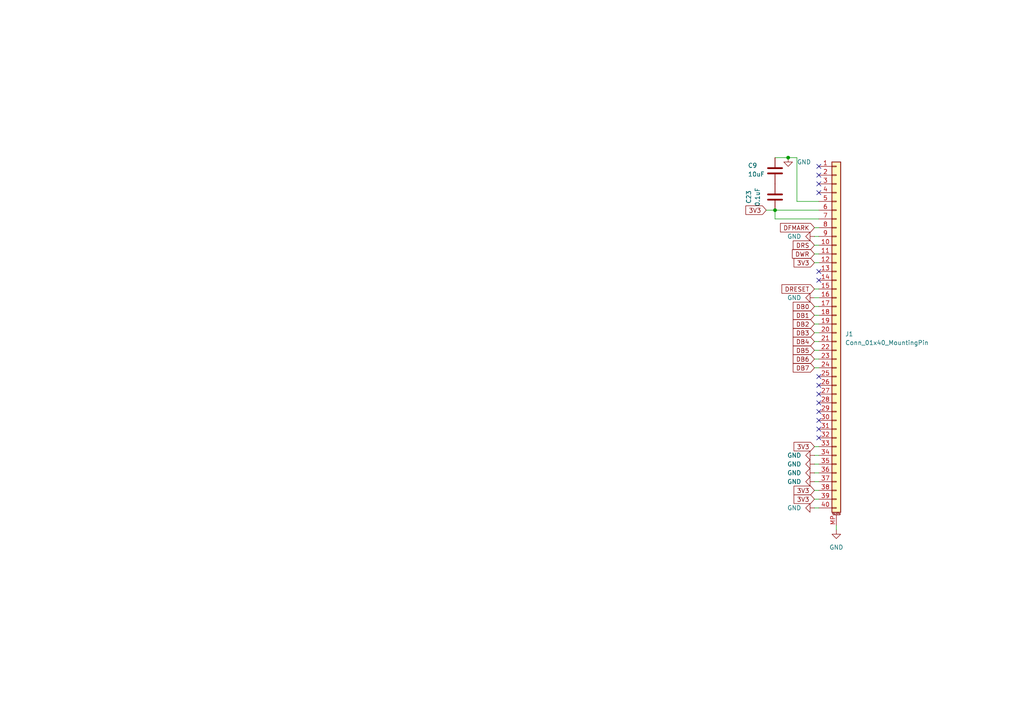
<source format=kicad_sch>
(kicad_sch (version 20250114) (generator "eeschema") (generator_version "9.0")
  (paper "A4")
  (lib_symbols
    (symbol "Connector_Generic_MountingPin:Conn_01x40_MountingPin" (pin_names (offset 1.016) (hide yes))
      (property "Reference" "J" (at 0 50.8 0))
      (property "Value" "Conn_01x40_MountingPin" (at 1.27 -53.34 0))
      (symbol "Conn_01x40_MountingPin_1_1"
        (rectangle (start -1.27 49.53) (end 1.27 -52.07) (stroke (width 0.254)) (fill (type background)))
        (rectangle (start -1.27 48.387) (end 0 48.133) (stroke (width 0.1524)))
        (rectangle (start -1.27 45.847) (end 0 45.593) (stroke (width 0.1524)))
        (rectangle (start -1.27 43.307) (end 0 43.053) (stroke (width 0.1524)))
        (rectangle (start -1.27 40.767) (end 0 40.513) (stroke (width 0.1524)))
        (rectangle (start -1.27 38.227) (end 0 37.973) (stroke (width 0.1524)))
        (rectangle (start -1.27 35.687) (end 0 35.433) (stroke (width 0.1524)))
        (rectangle (start -1.27 33.147) (end 0 32.893) (stroke (width 0.1524)))
        (rectangle (start -1.27 30.607) (end 0 30.353) (stroke (width 0.1524)))
        (rectangle (start -1.27 28.067) (end 0 27.813) (stroke (width 0.1524)))
        (rectangle (start -1.27 25.527) (end 0 25.273) (stroke (width 0.1524)))
        (rectangle (start -1.27 22.987) (end 0 22.733) (stroke (width 0.1524)))
        (rectangle (start -1.27 20.447) (end 0 20.193) (stroke (width 0.1524)))
        (rectangle (start -1.27 17.907) (end 0 17.653) (stroke (width 0.1524)))
        (rectangle (start -1.27 15.367) (end 0 15.113) (stroke (width 0.1524)))
        (rectangle (start -1.27 12.827) (end 0 12.573) (stroke (width 0.1524)))
        (rectangle (start -1.27 10.287) (end 0 10.033) (stroke (width 0.1524)))
        (rectangle (start -1.27 7.747) (end 0 7.493) (stroke (width 0.1524)))
        (rectangle (start -1.27 5.207) (end 0 4.953) (stroke (width 0.1524)))
        (rectangle (start -1.27 2.667) (end 0 2.413) (stroke (width 0.1524)))
        (rectangle (start -1.27 0.127) (end 0 -0.127) (stroke (width 0.1524)))
        (rectangle (start -1.27 -2.413) (end 0 -2.667) (stroke (width 0.1524)))
        (rectangle (start -1.27 -4.953) (end 0 -5.207) (stroke (width 0.1524)))
        (rectangle (start -1.27 -7.493) (end 0 -7.747) (stroke (width 0.1524)))
        (rectangle (start -1.27 -10.033) (end 0 -10.287) (stroke (width 0.1524)))
        (rectangle (start -1.27 -12.573) (end 0 -12.827) (stroke (width 0.1524)))
        (rectangle (start -1.27 -15.113) (end 0 -15.367) (stroke (width 0.1524)))
        (rectangle (start -1.27 -17.653) (end 0 -17.907) (stroke (width 0.1524)))
        (rectangle (start -1.27 -20.193) (end 0 -20.447) (stroke (width 0.1524)))
        (rectangle (start -1.27 -22.733) (end 0 -22.987) (stroke (width 0.1524)))
        (rectangle (start -1.27 -25.273) (end 0 -25.527) (stroke (width 0.1524)))
        (rectangle (start -1.27 -27.813) (end 0 -28.067) (stroke (width 0.1524)))
        (rectangle (start -1.27 -30.353) (end 0 -30.607) (stroke (width 0.1524)))
        (rectangle (start -1.27 -32.893) (end 0 -33.147) (stroke (width 0.1524)))
        (rectangle (start -1.27 -35.433) (end 0 -35.687) (stroke (width 0.1524)))
        (rectangle (start -1.27 -37.973) (end 0 -38.227) (stroke (width 0.1524)))
        (rectangle (start -1.27 -40.513) (end 0 -40.767) (stroke (width 0.1524)))
        (rectangle (start -1.27 -43.053) (end 0 -43.307) (stroke (width 0.1524)))
        (rectangle (start -1.27 -45.593) (end 0 -45.847) (stroke (width 0.1524)))
        (rectangle (start -1.27 -48.133) (end 0 -48.387) (stroke (width 0.1524)))
        (rectangle (start -1.27 -50.673) (end 0 -50.927) (stroke (width 0.1524)))
        (polyline (pts (xy -1.016 -52.832) (xy 1.016 -52.832)) (stroke (width 0.1524)))
        (text "Mounting" (at 0 -52.451 0) (effects (font (size 0.381 0.381))))
        (pin passive line (at -5.08 48.26 0) (length 3.81) (name "Pin_1") (number "1"))
        (pin passive line (at -5.08 45.72 0) (length 3.81) (name "Pin_2") (number "2"))
        (pin passive line (at -5.08 43.18 0) (length 3.81) (name "Pin_3") (number "3"))
        (pin passive line (at -5.08 40.64 0) (length 3.81) (name "Pin_4") (number "4"))
        (pin passive line (at -5.08 38.1 0) (length 3.81) (name "Pin_5") (number "5"))
        (pin passive line (at -5.08 35.56 0) (length 3.81) (name "Pin_6") (number "6"))
        (pin passive line (at -5.08 33.02 0) (length 3.81) (name "Pin_7") (number "7"))
        (pin passive line (at -5.08 30.48 0) (length 3.81) (name "Pin_8") (number "8"))
        (pin passive line (at -5.08 27.94 0) (length 3.81) (name "Pin_9") (number "9"))
        (pin passive line (at -5.08 25.4 0) (length 3.81) (name "Pin_10") (number "10"))
        (pin passive line (at -5.08 22.86 0) (length 3.81) (name "Pin_11") (number "11"))
        (pin passive line (at -5.08 20.32 0) (length 3.81) (name "Pin_12") (number "12"))
        (pin passive line (at -5.08 17.78 0) (length 3.81) (name "Pin_13") (number "13"))
        (pin passive line (at -5.08 15.24 0) (length 3.81) (name "Pin_14") (number "14"))
        (pin passive line (at -5.08 12.7 0) (length 3.81) (name "Pin_15") (number "15"))
        (pin passive line (at -5.08 10.16 0) (length 3.81) (name "Pin_16") (number "16"))
        (pin passive line (at -5.08 7.62 0) (length 3.81) (name "Pin_17") (number "17"))
        (pin passive line (at -5.08 5.08 0) (length 3.81) (name "Pin_18") (number "18"))
        (pin passive line (at -5.08 2.54 0) (length 3.81) (name "Pin_19") (number "19"))
        (pin passive line (at -5.08 0 0) (length 3.81) (name "Pin_20") (number "20"))
        (pin passive line (at -5.08 -2.54 0) (length 3.81) (name "Pin_21") (number "21"))
        (pin passive line (at -5.08 -5.08 0) (length 3.81) (name "Pin_22") (number "22"))
        (pin passive line (at -5.08 -7.62 0) (length 3.81) (name "Pin_23") (number "23"))
        (pin passive line (at -5.08 -10.16 0) (length 3.81) (name "Pin_24") (number "24"))
        (pin passive line (at -5.08 -12.7 0) (length 3.81) (name "Pin_25") (number "25"))
        (pin passive line (at -5.08 -15.24 0) (length 3.81) (name "Pin_26") (number "26"))
        (pin passive line (at -5.08 -17.78 0) (length 3.81) (name "Pin_27") (number "27"))
        (pin passive line (at -5.08 -20.32 0) (length 3.81) (name "Pin_28") (number "28"))
        (pin passive line (at -5.08 -22.86 0) (length 3.81) (name "Pin_29") (number "29"))
        (pin passive line (at -5.08 -25.4 0) (length 3.81) (name "Pin_30") (number "30"))
        (pin passive line (at -5.08 -27.94 0) (length 3.81) (name "Pin_31") (number "31"))
        (pin passive line (at -5.08 -30.48 0) (length 3.81) (name "Pin_32") (number "32"))
        (pin passive line (at -5.08 -33.02 0) (length 3.81) (name "Pin_33") (number "33"))
        (pin passive line (at -5.08 -35.56 0) (length 3.81) (name "Pin_34") (number "34"))
        (pin passive line (at -5.08 -38.1 0) (length 3.81) (name "Pin_35") (number "35"))
        (pin passive line (at -5.08 -40.64 0) (length 3.81) (name "Pin_36") (number "36"))
        (pin passive line (at -5.08 -43.18 0) (length 3.81) (name "Pin_37") (number "37"))
        (pin passive line (at -5.08 -45.72 0) (length 3.81) (name "Pin_38") (number "38"))
        (pin passive line (at -5.08 -48.26 0) (length 3.81) (name "Pin_39") (number "39"))
        (pin passive line (at -5.08 -50.8 0) (length 3.81) (name "Pin_40") (number "40"))
        (pin passive line (at 0 -55.88 90) (length 3.048) (name "MountPin") (number "MP"))
      )
    )
    (symbol "Device:C" (pin_numbers (hide yes)) (pin_names (offset 0.254))
      (property "Reference" "C" (at 0.635 2.54 0))
      (property "Value" "C" (at 0.635 -2.54 0))
      (symbol "C_0_1"
        (polyline (pts (xy -2.032 0.762) (xy 2.032 0.762)) (stroke (width 0.508)))
        (polyline (pts (xy -2.032 -0.762) (xy 2.032 -0.762)) (stroke (width 0.508)))
      )
      (symbol "C_1_1"
        (pin passive line (at 0 3.81 270) (length 2.794) (name "~") (number "1"))
        (pin passive line (at 0 -3.81 90) (length 2.794) (name "~") (number "2"))
      )
    )
    (symbol "power:GND" (power) (pin_numbers (hide yes)) (pin_names (offset 0) (hide yes))
      (property "Value" "GND" (at 0 -3.81 0))
      (symbol "GND_0_1"
        (polyline (pts (xy 0 0) (xy 0 -1.27) (xy 1.27 -1.27) (xy 0 -2.54) (xy -1.27 -1.27) (xy 0 -1.27)))
      )
      (symbol "GND_1_1"
        (pin power_in line (at 0 0 270) (length 0) (name "~") (number "1"))
      )
    )
  )
  (junction (at 228.6 45.72))
  (junction (at 224.79 60.96))
  (no_connect (at 237.49 127))
  (no_connect (at 237.49 116.84))
  (no_connect (at 237.49 121.92))
  (no_connect (at 237.49 109.22))
  (no_connect (at 237.49 81.28))
  (no_connect (at 237.49 119.38))
  (no_connect (at 237.49 48.26))
  (no_connect (at 237.49 124.46))
  (no_connect (at 237.49 78.74))
  (no_connect (at 237.49 111.76))
  (no_connect (at 237.49 50.8))
  (no_connect (at 237.49 53.34))
  (no_connect (at 237.49 55.88))
  (no_connect (at 237.49 114.3))
  (wire (pts (xy 222.25 60.96) (xy 224.79 60.96)))
  (wire (pts (xy 236.22 101.6) (xy 237.49 101.6)))
  (wire (pts (xy 236.22 147.32) (xy 237.49 147.32)))
  (wire (pts (xy 236.22 144.78) (xy 237.49 144.78)))
  (wire (pts (xy 236.22 99.06) (xy 237.49 99.06)))
  (wire (pts (xy 224.79 60.96) (xy 224.79 63.5)))
  (wire (pts (xy 224.79 45.72) (xy 228.6 45.72)))
  (wire (pts (xy 236.22 142.24) (xy 237.49 142.24)))
  (wire (pts (xy 236.22 96.52) (xy 237.49 96.52)))
  (wire (pts (xy 242.57 153.67) (xy 242.57 152.4)))
  (wire (pts (xy 236.22 132.08) (xy 237.49 132.08)))
  (wire (pts (xy 236.22 76.2) (xy 237.49 76.2)))
  (wire (pts (xy 236.22 66.04) (xy 237.49 66.04)))
  (wire (pts (xy 236.22 88.9) (xy 237.49 88.9)))
  (wire (pts (xy 236.22 91.44) (xy 237.49 91.44)))
  (wire (pts (xy 224.79 60.96) (xy 237.49 60.96)))
  (wire (pts (xy 224.79 63.5) (xy 237.49 63.5)))
  (wire (pts (xy 236.22 73.66) (xy 237.49 73.66)))
  (wire (pts (xy 236.22 104.14) (xy 237.49 104.14)))
  (wire (pts (xy 236.22 129.54) (xy 237.49 129.54)))
  (wire (pts (xy 236.22 86.36) (xy 237.49 86.36)))
  (wire (pts (xy 236.22 106.68) (xy 237.49 106.68)))
  (wire (pts (xy 231.14 45.72) (xy 228.6 45.72)))
  (wire (pts (xy 237.49 58.42) (xy 231.14 58.42)))
  (wire (pts (xy 236.22 68.58) (xy 237.49 68.58)))
  (wire (pts (xy 236.22 71.12) (xy 237.49 71.12)))
  (wire (pts (xy 236.22 139.7) (xy 237.49 139.7)))
  (wire (pts (xy 236.22 134.62) (xy 237.49 134.62)))
  (wire (pts (xy 231.14 58.42) (xy 231.14 45.72)))
  (wire (pts (xy 236.22 137.16) (xy 237.49 137.16)))
  (wire (pts (xy 236.22 93.98) (xy 237.49 93.98)))
  (wire (pts (xy 236.22 83.82) (xy 237.49 83.82)))
  (global_label "DFMARK" (shape input) (at 236.22 66.04 180) (property "Intersheetrefs" "${INTERSHEET_REFS}" (effects (hide yes))))
  (global_label "3V3" (shape input) (at 236.22 142.24 180) (property "Intersheetrefs" "${INTERSHEET_REFS}" (effects (hide yes))))
  (global_label "DB0" (shape input) (at 236.22 88.9 180) (property "Intersheetrefs" "${INTERSHEET_REFS}" (effects (hide yes))))
  (global_label "DB7" (shape input) (at 236.22 106.68 180) (property "Intersheetrefs" "${INTERSHEET_REFS}" (effects (hide yes))))
  (global_label "DB2" (shape input) (at 236.22 93.98 180) (property "Intersheetrefs" "${INTERSHEET_REFS}" (effects (hide yes))))
  (global_label "3V3" (shape input) (at 236.22 144.78 180) (property "Intersheetrefs" "${INTERSHEET_REFS}" (effects (hide yes))))
  (global_label "3V3" (shape input) (at 236.22 129.54 180) (property "Intersheetrefs" "${INTERSHEET_REFS}" (effects (hide yes))))
  (global_label "DRS" (shape input) (at 236.22 71.12 180) (property "Intersheetrefs" "${INTERSHEET_REFS}" (effects (hide yes))))
  (global_label "DB4" (shape input) (at 236.22 99.06 180) (property "Intersheetrefs" "${INTERSHEET_REFS}" (effects (hide yes))))
  (global_label "3V3" (shape input) (at 222.25 60.96 180) (property "Intersheetrefs" "${INTERSHEET_REFS}" (effects (hide yes))))
  (global_label "3V3" (shape input) (at 236.22 76.2 180) (property "Intersheetrefs" "${INTERSHEET_REFS}" (effects (hide yes))))
  (global_label "DB5" (shape input) (at 236.22 101.6 180) (property "Intersheetrefs" "${INTERSHEET_REFS}" (effects (hide yes))))
  (global_label "DB6" (shape input) (at 236.22 104.14 180) (property "Intersheetrefs" "${INTERSHEET_REFS}" (effects (hide yes))))
  (global_label "DRESET" (shape input) (at 236.22 83.82 180) (property "Intersheetrefs" "${INTERSHEET_REFS}" (effects (hide yes))))
  (global_label "DB3" (shape input) (at 236.22 96.52 180) (property "Intersheetrefs" "${INTERSHEET_REFS}" (effects (hide yes))))
  (global_label "DB1" (shape input) (at 236.22 91.44 180) (property "Intersheetrefs" "${INTERSHEET_REFS}" (effects (hide yes))))
  (global_label "DWR" (shape input) (at 236.22 73.66 180) (property "Intersheetrefs" "${INTERSHEET_REFS}" (effects (hide yes))))
  (symbol (lib_id "power:GND") (at 236.22 86.36 270) (unit 1)
    (property "Reference" "#PWR06" (effects (hide yes)))
    (property "Value" "GND" (at 232.41 86.3599 90) (effects (justify right)))
    (property "Description" "Power symbol creates a global label with name \"GND\" , ground" (effects (hide yes)))
  )
  (symbol (lib_id "Connector_Generic_MountingPin:Conn_01x40_MountingPin") (at 242.57 96.52 0) (unit 1)
    (property "Reference" "J1" (at 245.11 96.8755 0) (effects (justify left)))
    (property "Value" "Conn_01x40_MountingPin" (at 245.11 99.4155 0) (effects (justify left)))
    (property "Footprint" "Connector_FFC-FPC:Amphenol_F32R-1A7x1-11040_1x40-1MP_P0.5mm_Horizontal" (effects (hide yes)))
    (property "Description" "Generic connectable mounting pin connector, single row, 01x40, script generated (kicad-library-utils/schlib/autogen/connector/)" (effects (hide yes)))
  )
  (symbol (lib_id "Device:C") (at 224.79 49.53 0) (unit 1)
    (property "Reference" "C9" (at 216.916 48.006 0) (effects (justify left)))
    (property "Value" "10uF" (at 216.916 50.546 0) (effects (justify left)))
    (property "Footprint" "Capacitor_SMD:C_0805_2012Metric_Pad1.18x1.45mm_HandSolder" (effects (hide yes)))
    (property "Description" "Unpolarized capacitor" (effects (hide yes)))
  )
  (symbol (lib_id "power:GND") (at 228.6 45.72 0) (unit 1)
    (property "Reference" "#PWR09" (effects (hide yes)))
    (property "Value" "GND" (at 231.14 46.9899 0) (effects (justify left)))
    (property "Description" "Power symbol creates a global label with name \"GND\" , ground" (effects (hide yes)))
  )
  (symbol (lib_id "power:GND") (at 236.22 139.7 270) (unit 1)
    (property "Reference" "#PWR010" (effects (hide yes)))
    (property "Value" "GND" (at 232.41 139.6999 90) (effects (justify right)))
    (property "Description" "Power symbol creates a global label with name \"GND\" , ground" (effects (hide yes)))
  )
  (symbol (lib_id "power:GND") (at 236.22 137.16 270) (unit 1)
    (property "Reference" "#PWR0114" (effects (hide yes)))
    (property "Value" "GND" (at 232.41 137.1599 90) (effects (justify right)))
    (property "Description" "Power symbol creates a global label with name \"GND\" , ground" (effects (hide yes)))
  )
  (symbol (lib_id "power:GND") (at 236.22 132.08 270) (unit 1)
    (property "Reference" "#PWR0112" (effects (hide yes)))
    (property "Value" "GND" (at 232.41 132.0799 90) (effects (justify right)))
    (property "Description" "Power symbol creates a global label with name \"GND\" , ground" (effects (hide yes)))
  )
  (symbol (lib_id "power:GND") (at 236.22 68.58 270) (unit 1)
    (property "Reference" "#PWR0108" (effects (hide yes)))
    (property "Value" "GND" (at 232.41 68.5799 90) (effects (justify right)))
    (property "Description" "Power symbol creates a global label with name \"GND\" , ground" (effects (hide yes)))
  )
  (symbol (lib_id "power:GND") (at 236.22 147.32 270) (unit 1)
    (property "Reference" "#PWR05" (effects (hide yes)))
    (property "Value" "GND" (at 232.41 147.3199 90) (effects (justify right)))
    (property "Description" "Power symbol creates a global label with name \"GND\" , ground" (effects (hide yes)))
  )
  (symbol (lib_id "power:GND") (at 236.22 134.62 270) (unit 1)
    (property "Reference" "#PWR0113" (effects (hide yes)))
    (property "Value" "GND" (at 232.41 134.6199 90) (effects (justify right)))
    (property "Description" "Power symbol creates a global label with name \"GND\" , ground" (effects (hide yes)))
  )
  (symbol (lib_id "Device:C") (at 224.79 57.15 180) (unit 1)
    (property "Reference" "C23" (at 217.17 57.15 90))
    (property "Value" "0.1uF" (at 219.71 57.15 90))
    (property "Footprint" "Capacitor_SMD:C_0805_2012Metric_Pad1.18x1.45mm_HandSolder" (effects (hide yes)))
    (property "Description" "Unpolarized capacitor" (effects (hide yes)))
  )
  (symbol (lib_id "power:GND") (at 242.57 153.67 0) (unit 1)
    (property "Reference" "#PWR03" (effects (hide yes)))
    (property "Value" "GND" (at 242.57 158.75 0))
    (property "Description" "Power symbol creates a global label with name \"GND\" , ground" (effects (hide yes)))
  )
)
</source>
